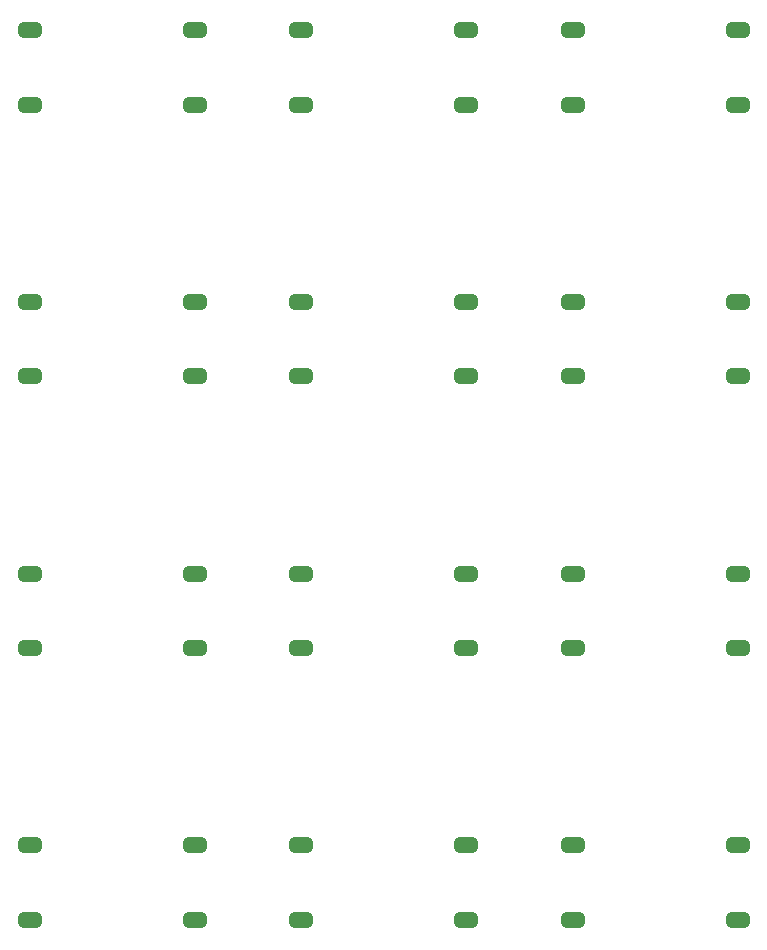
<source format=gbr>
%TF.GenerationSoftware,KiCad,Pcbnew,(6.0.9)*%
%TF.CreationDate,2023-03-26T11:38:19+02:00*%
%TF.ProjectId,SelectaAutomatKeyPad,53656c65-6374-4614-9175-746f6d61744b,20230306*%
%TF.SameCoordinates,PX5f5e100PY8f0d180*%
%TF.FileFunction,Paste,Top*%
%TF.FilePolarity,Positive*%
%FSLAX46Y46*%
G04 Gerber Fmt 4.6, Leading zero omitted, Abs format (unit mm)*
G04 Created by KiCad (PCBNEW (6.0.9)) date 2023-03-26 11:38:19*
%MOMM*%
%LPD*%
G01*
G04 APERTURE LIST*
G04 Aperture macros list*
%AMRoundRect*
0 Rectangle with rounded corners*
0 $1 Rounding radius*
0 $2 $3 $4 $5 $6 $7 $8 $9 X,Y pos of 4 corners*
0 Add a 4 corners polygon primitive as box body*
4,1,4,$2,$3,$4,$5,$6,$7,$8,$9,$2,$3,0*
0 Add four circle primitives for the rounded corners*
1,1,$1+$1,$2,$3*
1,1,$1+$1,$4,$5*
1,1,$1+$1,$6,$7*
1,1,$1+$1,$8,$9*
0 Add four rect primitives between the rounded corners*
20,1,$1+$1,$2,$3,$4,$5,0*
20,1,$1+$1,$4,$5,$6,$7,0*
20,1,$1+$1,$6,$7,$8,$9,0*
20,1,$1+$1,$8,$9,$2,$3,0*%
G04 Aperture macros list end*
%ADD10RoundRect,0.325000X-0.650000X-0.325000X0.650000X-0.325000X0.650000X0.325000X-0.650000X0.325000X0*%
G04 APERTURE END LIST*
D10*
%TO.C,SW5*%
X28525000Y67650000D03*
X42475000Y67650000D03*
X42475000Y61350000D03*
X28525000Y61350000D03*
%TD*%
%TO.C,SW7*%
X5525000Y44650000D03*
X19475000Y44650000D03*
X19475000Y38350000D03*
X5525000Y38350000D03*
%TD*%
%TO.C,SW9*%
X51525000Y44650000D03*
X65475000Y44650000D03*
X65475000Y38350000D03*
X51525000Y38350000D03*
%TD*%
%TO.C,SW10*%
X5525000Y21650000D03*
X19475000Y21650000D03*
X19475000Y15350000D03*
X5525000Y15350000D03*
%TD*%
%TO.C,SW3*%
X51525000Y90650000D03*
X65475000Y90650000D03*
X65475000Y84350000D03*
X51525000Y84350000D03*
%TD*%
%TO.C,SW1*%
X5525000Y90650000D03*
X19475000Y90650000D03*
X19475000Y84350000D03*
X5525000Y84350000D03*
%TD*%
%TO.C,SW2*%
X28525000Y90650000D03*
X42475000Y90650000D03*
X42475000Y84350000D03*
X28525000Y84350000D03*
%TD*%
%TO.C,SW6*%
X51525000Y67650000D03*
X65475000Y67650000D03*
X65475000Y61350000D03*
X51525000Y61350000D03*
%TD*%
%TO.C,SW11*%
X28525000Y21650000D03*
X42475000Y21650000D03*
X42475000Y15350000D03*
X28525000Y15350000D03*
%TD*%
%TO.C,SW12*%
X51525000Y21650000D03*
X65475000Y21650000D03*
X65475000Y15350000D03*
X51525000Y15350000D03*
%TD*%
%TO.C,SW8*%
X28525000Y44650000D03*
X42475000Y44650000D03*
X42475000Y38350000D03*
X28525000Y38350000D03*
%TD*%
%TO.C,SW4*%
X5525000Y67650000D03*
X19475000Y67650000D03*
X19475000Y61350000D03*
X5525000Y61350000D03*
%TD*%
M02*

</source>
